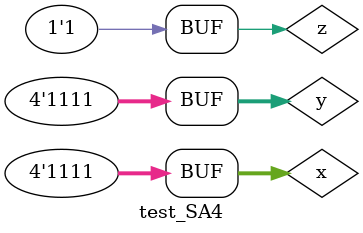
<source format=v>

module Adder (output s1, output s2, input a, input b);

xor XOR1 (s2,a,b);
and AND1 (s1,a,b);				 				

endmodule // Adder

module  FullAdder (output s3, output s4,input e1, input e2, input c);
wire p1, p2,p3;

Adder HA1 (p1,p2,e1,e2);
Adder HA2 (s3,p3,p1,c);
xor XOR1 (s4,p3,p2);

endmodule // FullAdder

module Decremento1 (output[2:0] s, input a,
            input b, input c, input Carry_in);
wire f1,f2,f3;

FullAdder FA1 (s[0],f1,a,1,Carry_in);
FullAdder FA2 (s[1],f2,b,1,f1);
FullAdder FA3 (s[2],f3,c,1,f2);

endmodule // Decremento1

module FullAdder2 (output sinal, output[2:0] s, input[3:0] a,
                   input[3:0] b, input carry);
wire  w1,w2,w3,w4,p1,p2,p3,p4;
wire[4:0] p;

FullAdder FA1 (p[0],p1,a[0],b[0],carry);
FullAdder FA2 (p[1],p2,a[1],b[1],p1);
FullAdder FA3 (p[2],p3,a[2],b[2],p2);
FullAdder FA4 (sinal,p4,a[3],b[3],p3);
Decremento1 Dec1 (s[2:0],p[0],p[1],p[2],carry);
endmodule // FullAdder2

module test_SA4; 

// ------------------------- definir dados 

reg[3:0] x, y;
reg z;  
wire [2:0]q;
wire sinal;

FullAdder2 modulo (sinal, q, x, y, z); 

// ------------------------- parte principal 

initial begin 
$display("Exemplo0034 - Oswaldo Oliveira Paulino - 382175"); 
$display("Test LU's module"); 

x = 4'b0000; y = 4'b0000; z = 'b0;

// projetar testes do modulo 
#1 $display("\n a    b   carry  sinal   s"); 
#1 $monitor("%4b %4b   %b      %b   %4b" ,x,y,z,sinal,q); 

#1 x = 4'b0001; y = 4'b0000; z = 'b0;
#1 x = 4'b0001; y = 4'b0001; z = 'b0;
#1 x = 4'b0010; y = 4'b0001; z = 'b0;
#1 x = 4'b0010; y = 4'b0010; z = 'b0;
#1 x = 4'b0011; y = 4'b0010; z = 'b0;
#1 x = 4'b0011; y = 4'b0011; z = 'b0;
#1 x = 4'b0100; y = 4'b0011; z = 'b0;
#1 x = 4'b0100; y = 4'b0100; z = 'b0;
#1 x = 4'b0101; y = 4'b0100; z = 'b0;
#1 x = 4'b0101; y = 4'b0101; z = 'b0;
#1 x = 4'b0110; y = 4'b0101; z = 'b0;
#1 x = 4'b0110; y = 4'b0110; z = 'b0;
#1 x = 4'b0111; y = 4'b0110; z = 'b0;
#1 x = 4'b0111; y = 4'b0111; z = 'b1;
#1 x = 4'b1000; y = 4'b0111; z = 'b1;
#1 x = 4'b1000; y = 4'b1000; z = 'b1;
#1 x = 4'b1001; y = 4'b1000; z = 'b1;
#1 x = 4'b1001; y = 4'b1001; z = 'b1;
#1 x = 4'b1010; y = 4'b1001; z = 'b1;
#1 x = 4'b1010; y = 4'b1010; z = 'b1;
#1 x = 4'b1011; y = 4'b1010; z = 'b1;
#1 x = 4'b1011; y = 4'b1011; z = 'b1;
#1 x = 4'b1100; y = 4'b1011; z = 'b1;
#1 x = 4'b1100; y = 4'b1100; z = 'b1;
#1 x = 4'b1101; y = 4'b1100; z = 'b1;
#1 x = 4'b1101; y = 4'b1101; z = 'b1;
#1 x = 4'b1110; y = 4'b1101; z = 'b1;
#1 x = 4'b1110; y = 4'b1110; z = 'b1;
#1 x = 4'b1111; y = 4'b1110; z = 'b1;
#1 x = 4'b1111; y = 4'b1111; z = 'b1;


end 
endmodule 
</source>
